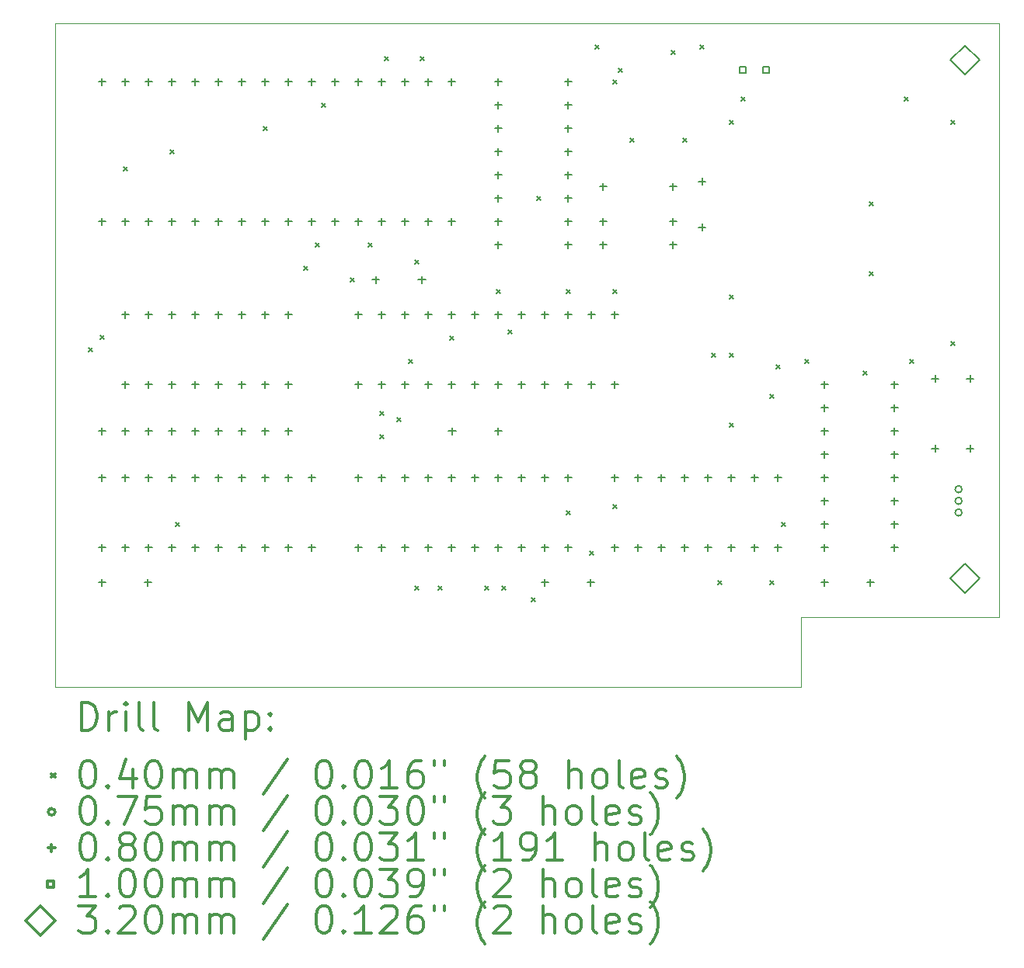
<source format=gbr>
%FSLAX45Y45*%
G04 Gerber Fmt 4.5, Leading zero omitted, Abs format (unit mm)*
G04 Created by KiCad (PCBNEW (5.1.9-0-10_14)) date 2022-05-15 13:48:27*
%MOMM*%
%LPD*%
G01*
G04 APERTURE LIST*
%TA.AperFunction,Profile*%
%ADD10C,0.050000*%
%TD*%
%ADD11C,0.200000*%
%ADD12C,0.300000*%
G04 APERTURE END LIST*
D10*
X8382000Y-8128000D02*
X18669000Y-8128000D01*
X16510000Y-15367000D02*
X8382000Y-15367000D01*
X16510000Y-14605000D02*
X16510000Y-15367000D01*
X18669000Y-14605000D02*
X16510000Y-14605000D01*
X18669000Y-8128000D02*
X18669000Y-14605000D01*
X8382000Y-15367000D02*
X8382000Y-8128000D01*
D11*
X8743001Y-11664000D02*
X8783001Y-11704000D01*
X8783001Y-11664000D02*
X8743001Y-11704000D01*
X8870000Y-11527999D02*
X8910000Y-11567999D01*
X8910000Y-11527999D02*
X8870000Y-11567999D01*
X9124000Y-9695500D02*
X9164000Y-9735500D01*
X9164000Y-9695500D02*
X9124000Y-9735500D01*
X9632000Y-9505000D02*
X9672000Y-9545000D01*
X9672000Y-9505000D02*
X9632000Y-9545000D01*
X9695500Y-13569000D02*
X9735500Y-13609000D01*
X9735500Y-13569000D02*
X9695500Y-13609000D01*
X10648000Y-9251000D02*
X10688000Y-9291000D01*
X10688000Y-9251000D02*
X10648000Y-9291000D01*
X11092500Y-10775000D02*
X11132500Y-10815000D01*
X11132500Y-10775000D02*
X11092500Y-10815000D01*
X11219501Y-10520999D02*
X11259501Y-10560999D01*
X11259501Y-10520999D02*
X11219501Y-10560999D01*
X11283000Y-8997000D02*
X11323000Y-9037000D01*
X11323000Y-8997000D02*
X11283000Y-9037000D01*
X11600500Y-10902000D02*
X11640500Y-10942000D01*
X11640500Y-10902000D02*
X11600500Y-10942000D01*
X11791000Y-10521000D02*
X11831000Y-10561000D01*
X11831000Y-10521000D02*
X11791000Y-10561000D01*
X11918000Y-12362500D02*
X11958000Y-12402500D01*
X11958000Y-12362500D02*
X11918000Y-12402500D01*
X11918001Y-12616500D02*
X11958001Y-12656500D01*
X11958001Y-12616500D02*
X11918001Y-12656500D01*
X11972000Y-8489000D02*
X12012000Y-8529000D01*
X12012000Y-8489000D02*
X11972000Y-8529000D01*
X12108500Y-12426000D02*
X12148500Y-12466000D01*
X12148500Y-12426000D02*
X12108500Y-12466000D01*
X12235500Y-11791000D02*
X12275500Y-11831000D01*
X12275500Y-11791000D02*
X12235500Y-11831000D01*
X12299000Y-10711500D02*
X12339000Y-10751500D01*
X12339000Y-10711500D02*
X12299000Y-10751500D01*
X12299000Y-14267500D02*
X12339000Y-14307500D01*
X12339000Y-14267500D02*
X12299000Y-14307500D01*
X12362500Y-8489000D02*
X12402500Y-8529000D01*
X12402500Y-8489000D02*
X12362500Y-8529000D01*
X12553000Y-14267500D02*
X12593000Y-14307500D01*
X12593000Y-14267500D02*
X12553000Y-14307500D01*
X12679999Y-11537000D02*
X12719999Y-11577000D01*
X12719999Y-11537000D02*
X12679999Y-11577000D01*
X13061000Y-14267500D02*
X13101000Y-14307500D01*
X13101000Y-14267500D02*
X13061000Y-14307500D01*
X13188001Y-11029000D02*
X13228001Y-11069000D01*
X13228001Y-11029000D02*
X13188001Y-11069000D01*
X13251500Y-14267500D02*
X13291500Y-14307500D01*
X13291500Y-14267500D02*
X13251500Y-14307500D01*
X13315000Y-11473500D02*
X13355000Y-11513500D01*
X13355000Y-11473500D02*
X13315000Y-11513500D01*
X13569000Y-14394500D02*
X13609000Y-14434500D01*
X13609000Y-14394500D02*
X13569000Y-14434500D01*
X13632500Y-10013000D02*
X13672500Y-10053000D01*
X13672500Y-10013000D02*
X13632500Y-10053000D01*
X13950000Y-11029000D02*
X13990000Y-11069000D01*
X13990000Y-11029000D02*
X13950000Y-11069000D01*
X13950000Y-13442000D02*
X13990000Y-13482000D01*
X13990000Y-13442000D02*
X13950000Y-13482000D01*
X14204000Y-13886500D02*
X14244000Y-13926500D01*
X14244000Y-13886500D02*
X14204000Y-13926500D01*
X14267500Y-8362000D02*
X14307500Y-8402000D01*
X14307500Y-8362000D02*
X14267500Y-8402000D01*
X14458000Y-8743000D02*
X14498000Y-8783000D01*
X14498000Y-8743000D02*
X14458000Y-8783000D01*
X14458000Y-11029000D02*
X14498000Y-11069000D01*
X14498000Y-11029000D02*
X14458000Y-11069000D01*
X14458000Y-13378500D02*
X14498000Y-13418500D01*
X14498000Y-13378500D02*
X14458000Y-13418500D01*
X14521501Y-8616000D02*
X14561501Y-8656000D01*
X14561501Y-8616000D02*
X14521501Y-8656000D01*
X14648500Y-9378000D02*
X14688500Y-9418000D01*
X14688500Y-9378000D02*
X14648500Y-9418000D01*
X15093000Y-8425500D02*
X15133000Y-8465500D01*
X15133000Y-8425500D02*
X15093000Y-8465500D01*
X15220000Y-9378000D02*
X15260000Y-9418000D01*
X15260000Y-9378000D02*
X15220000Y-9418000D01*
X15410500Y-8362000D02*
X15450500Y-8402000D01*
X15450500Y-8362000D02*
X15410500Y-8402000D01*
X15537500Y-11727500D02*
X15577500Y-11767500D01*
X15577500Y-11727500D02*
X15537500Y-11767500D01*
X15601000Y-14204000D02*
X15641000Y-14244000D01*
X15641000Y-14204000D02*
X15601000Y-14244000D01*
X15728000Y-9187500D02*
X15768000Y-9227500D01*
X15768000Y-9187500D02*
X15728000Y-9227500D01*
X15728000Y-11092500D02*
X15768000Y-11132500D01*
X15768000Y-11092500D02*
X15728000Y-11132500D01*
X15728000Y-11727500D02*
X15768000Y-11767500D01*
X15768000Y-11727500D02*
X15728000Y-11767500D01*
X15728000Y-12489500D02*
X15768000Y-12529500D01*
X15768000Y-12489500D02*
X15728000Y-12529500D01*
X15855000Y-8933500D02*
X15895000Y-8973500D01*
X15895000Y-8933500D02*
X15855000Y-8973500D01*
X16172500Y-12172000D02*
X16212500Y-12212000D01*
X16212500Y-12172000D02*
X16172500Y-12212000D01*
X16172501Y-14204000D02*
X16212501Y-14244000D01*
X16212501Y-14204000D02*
X16172501Y-14244000D01*
X16236000Y-11854500D02*
X16276000Y-11894500D01*
X16276000Y-11854500D02*
X16236000Y-11894500D01*
X16299500Y-13569000D02*
X16339500Y-13609000D01*
X16339500Y-13569000D02*
X16299500Y-13609000D01*
X16553500Y-11791000D02*
X16593500Y-11831000D01*
X16593500Y-11791000D02*
X16553500Y-11831000D01*
X17188500Y-11918000D02*
X17228500Y-11958000D01*
X17228500Y-11918000D02*
X17188500Y-11958000D01*
X17252000Y-10076500D02*
X17292000Y-10116500D01*
X17292000Y-10076500D02*
X17252000Y-10116500D01*
X17252000Y-10838500D02*
X17292000Y-10878500D01*
X17292000Y-10838500D02*
X17252000Y-10878500D01*
X17633000Y-8933500D02*
X17673000Y-8973500D01*
X17673000Y-8933500D02*
X17633000Y-8973500D01*
X17696500Y-11791000D02*
X17736500Y-11831000D01*
X17736500Y-11791000D02*
X17696500Y-11831000D01*
X18141000Y-9187500D02*
X18181000Y-9227500D01*
X18181000Y-9187500D02*
X18141000Y-9227500D01*
X18141000Y-11600500D02*
X18181000Y-11640500D01*
X18181000Y-11600500D02*
X18141000Y-11640500D01*
X18262000Y-13208000D02*
G75*
G03*
X18262000Y-13208000I-37500J0D01*
G01*
X18262000Y-13335000D02*
G75*
G03*
X18262000Y-13335000I-37500J0D01*
G01*
X18262000Y-13462000D02*
G75*
G03*
X18262000Y-13462000I-37500J0D01*
G01*
X8890000Y-8723000D02*
X8890000Y-8803000D01*
X8850000Y-8763000D02*
X8930000Y-8763000D01*
X8890000Y-10247000D02*
X8890000Y-10327000D01*
X8850000Y-10287000D02*
X8930000Y-10287000D01*
X8890000Y-12533000D02*
X8890000Y-12613000D01*
X8850000Y-12573000D02*
X8930000Y-12573000D01*
X8890000Y-13041000D02*
X8890000Y-13121000D01*
X8850000Y-13081000D02*
X8930000Y-13081000D01*
X8890000Y-13803000D02*
X8890000Y-13883000D01*
X8850000Y-13843000D02*
X8930000Y-13843000D01*
X8890000Y-14184000D02*
X8890000Y-14264000D01*
X8850000Y-14224000D02*
X8930000Y-14224000D01*
X9144000Y-8723000D02*
X9144000Y-8803000D01*
X9104000Y-8763000D02*
X9184000Y-8763000D01*
X9144000Y-10247000D02*
X9144000Y-10327000D01*
X9104000Y-10287000D02*
X9184000Y-10287000D01*
X9144000Y-11263000D02*
X9144000Y-11343000D01*
X9104000Y-11303000D02*
X9184000Y-11303000D01*
X9144000Y-12025000D02*
X9144000Y-12105000D01*
X9104000Y-12065000D02*
X9184000Y-12065000D01*
X9144000Y-12533000D02*
X9144000Y-12613000D01*
X9104000Y-12573000D02*
X9184000Y-12573000D01*
X9144000Y-13041000D02*
X9144000Y-13121000D01*
X9104000Y-13081000D02*
X9184000Y-13081000D01*
X9144000Y-13803000D02*
X9144000Y-13883000D01*
X9104000Y-13843000D02*
X9184000Y-13843000D01*
X9390000Y-14184000D02*
X9390000Y-14264000D01*
X9350000Y-14224000D02*
X9430000Y-14224000D01*
X9398000Y-8723000D02*
X9398000Y-8803000D01*
X9358000Y-8763000D02*
X9438000Y-8763000D01*
X9398000Y-10247000D02*
X9398000Y-10327000D01*
X9358000Y-10287000D02*
X9438000Y-10287000D01*
X9398000Y-11263000D02*
X9398000Y-11343000D01*
X9358000Y-11303000D02*
X9438000Y-11303000D01*
X9398000Y-12025000D02*
X9398000Y-12105000D01*
X9358000Y-12065000D02*
X9438000Y-12065000D01*
X9398000Y-12533000D02*
X9398000Y-12613000D01*
X9358000Y-12573000D02*
X9438000Y-12573000D01*
X9398000Y-13041000D02*
X9398000Y-13121000D01*
X9358000Y-13081000D02*
X9438000Y-13081000D01*
X9398000Y-13803000D02*
X9398000Y-13883000D01*
X9358000Y-13843000D02*
X9438000Y-13843000D01*
X9652000Y-8723000D02*
X9652000Y-8803000D01*
X9612000Y-8763000D02*
X9692000Y-8763000D01*
X9652000Y-10247000D02*
X9652000Y-10327000D01*
X9612000Y-10287000D02*
X9692000Y-10287000D01*
X9652000Y-11263000D02*
X9652000Y-11343000D01*
X9612000Y-11303000D02*
X9692000Y-11303000D01*
X9652000Y-12025000D02*
X9652000Y-12105000D01*
X9612000Y-12065000D02*
X9692000Y-12065000D01*
X9652000Y-12533000D02*
X9652000Y-12613000D01*
X9612000Y-12573000D02*
X9692000Y-12573000D01*
X9652000Y-13041000D02*
X9652000Y-13121000D01*
X9612000Y-13081000D02*
X9692000Y-13081000D01*
X9652000Y-13803000D02*
X9652000Y-13883000D01*
X9612000Y-13843000D02*
X9692000Y-13843000D01*
X9906000Y-8723000D02*
X9906000Y-8803000D01*
X9866000Y-8763000D02*
X9946000Y-8763000D01*
X9906000Y-10247000D02*
X9906000Y-10327000D01*
X9866000Y-10287000D02*
X9946000Y-10287000D01*
X9906000Y-11263000D02*
X9906000Y-11343000D01*
X9866000Y-11303000D02*
X9946000Y-11303000D01*
X9906000Y-12025000D02*
X9906000Y-12105000D01*
X9866000Y-12065000D02*
X9946000Y-12065000D01*
X9906000Y-12533000D02*
X9906000Y-12613000D01*
X9866000Y-12573000D02*
X9946000Y-12573000D01*
X9906000Y-13041000D02*
X9906000Y-13121000D01*
X9866000Y-13081000D02*
X9946000Y-13081000D01*
X9906000Y-13803000D02*
X9906000Y-13883000D01*
X9866000Y-13843000D02*
X9946000Y-13843000D01*
X10160000Y-8723000D02*
X10160000Y-8803000D01*
X10120000Y-8763000D02*
X10200000Y-8763000D01*
X10160000Y-10247000D02*
X10160000Y-10327000D01*
X10120000Y-10287000D02*
X10200000Y-10287000D01*
X10160000Y-11263000D02*
X10160000Y-11343000D01*
X10120000Y-11303000D02*
X10200000Y-11303000D01*
X10160000Y-12025000D02*
X10160000Y-12105000D01*
X10120000Y-12065000D02*
X10200000Y-12065000D01*
X10160000Y-12533000D02*
X10160000Y-12613000D01*
X10120000Y-12573000D02*
X10200000Y-12573000D01*
X10160000Y-13041000D02*
X10160000Y-13121000D01*
X10120000Y-13081000D02*
X10200000Y-13081000D01*
X10160000Y-13803000D02*
X10160000Y-13883000D01*
X10120000Y-13843000D02*
X10200000Y-13843000D01*
X10414000Y-8723000D02*
X10414000Y-8803000D01*
X10374000Y-8763000D02*
X10454000Y-8763000D01*
X10414000Y-10247000D02*
X10414000Y-10327000D01*
X10374000Y-10287000D02*
X10454000Y-10287000D01*
X10414000Y-11263000D02*
X10414000Y-11343000D01*
X10374000Y-11303000D02*
X10454000Y-11303000D01*
X10414000Y-12025000D02*
X10414000Y-12105000D01*
X10374000Y-12065000D02*
X10454000Y-12065000D01*
X10414000Y-12533000D02*
X10414000Y-12613000D01*
X10374000Y-12573000D02*
X10454000Y-12573000D01*
X10414000Y-13041000D02*
X10414000Y-13121000D01*
X10374000Y-13081000D02*
X10454000Y-13081000D01*
X10414000Y-13803000D02*
X10414000Y-13883000D01*
X10374000Y-13843000D02*
X10454000Y-13843000D01*
X10668000Y-8723000D02*
X10668000Y-8803000D01*
X10628000Y-8763000D02*
X10708000Y-8763000D01*
X10668000Y-10247000D02*
X10668000Y-10327000D01*
X10628000Y-10287000D02*
X10708000Y-10287000D01*
X10668000Y-11263000D02*
X10668000Y-11343000D01*
X10628000Y-11303000D02*
X10708000Y-11303000D01*
X10668000Y-12025000D02*
X10668000Y-12105000D01*
X10628000Y-12065000D02*
X10708000Y-12065000D01*
X10668000Y-12533000D02*
X10668000Y-12613000D01*
X10628000Y-12573000D02*
X10708000Y-12573000D01*
X10668000Y-13041000D02*
X10668000Y-13121000D01*
X10628000Y-13081000D02*
X10708000Y-13081000D01*
X10668000Y-13803000D02*
X10668000Y-13883000D01*
X10628000Y-13843000D02*
X10708000Y-13843000D01*
X10922000Y-8723000D02*
X10922000Y-8803000D01*
X10882000Y-8763000D02*
X10962000Y-8763000D01*
X10922000Y-10247000D02*
X10922000Y-10327000D01*
X10882000Y-10287000D02*
X10962000Y-10287000D01*
X10922000Y-11263000D02*
X10922000Y-11343000D01*
X10882000Y-11303000D02*
X10962000Y-11303000D01*
X10922000Y-12025000D02*
X10922000Y-12105000D01*
X10882000Y-12065000D02*
X10962000Y-12065000D01*
X10922000Y-12533000D02*
X10922000Y-12613000D01*
X10882000Y-12573000D02*
X10962000Y-12573000D01*
X10922000Y-13041000D02*
X10922000Y-13121000D01*
X10882000Y-13081000D02*
X10962000Y-13081000D01*
X10922000Y-13803000D02*
X10922000Y-13883000D01*
X10882000Y-13843000D02*
X10962000Y-13843000D01*
X11176000Y-8723000D02*
X11176000Y-8803000D01*
X11136000Y-8763000D02*
X11216000Y-8763000D01*
X11176000Y-10247000D02*
X11176000Y-10327000D01*
X11136000Y-10287000D02*
X11216000Y-10287000D01*
X11176000Y-13041000D02*
X11176000Y-13121000D01*
X11136000Y-13081000D02*
X11216000Y-13081000D01*
X11176000Y-13803000D02*
X11176000Y-13883000D01*
X11136000Y-13843000D02*
X11216000Y-13843000D01*
X11430000Y-8723000D02*
X11430000Y-8803000D01*
X11390000Y-8763000D02*
X11470000Y-8763000D01*
X11430000Y-10247000D02*
X11430000Y-10327000D01*
X11390000Y-10287000D02*
X11470000Y-10287000D01*
X11684000Y-8723000D02*
X11684000Y-8803000D01*
X11644000Y-8763000D02*
X11724000Y-8763000D01*
X11684000Y-10247000D02*
X11684000Y-10327000D01*
X11644000Y-10287000D02*
X11724000Y-10287000D01*
X11684000Y-11263000D02*
X11684000Y-11343000D01*
X11644000Y-11303000D02*
X11724000Y-11303000D01*
X11684000Y-12025000D02*
X11684000Y-12105000D01*
X11644000Y-12065000D02*
X11724000Y-12065000D01*
X11684000Y-13041000D02*
X11684000Y-13121000D01*
X11644000Y-13081000D02*
X11724000Y-13081000D01*
X11684000Y-13803000D02*
X11684000Y-13883000D01*
X11644000Y-13843000D02*
X11724000Y-13843000D01*
X11874500Y-10882000D02*
X11874500Y-10962000D01*
X11834500Y-10922000D02*
X11914500Y-10922000D01*
X11938000Y-8723000D02*
X11938000Y-8803000D01*
X11898000Y-8763000D02*
X11978000Y-8763000D01*
X11938000Y-10247000D02*
X11938000Y-10327000D01*
X11898000Y-10287000D02*
X11978000Y-10287000D01*
X11938000Y-11263000D02*
X11938000Y-11343000D01*
X11898000Y-11303000D02*
X11978000Y-11303000D01*
X11938000Y-12025000D02*
X11938000Y-12105000D01*
X11898000Y-12065000D02*
X11978000Y-12065000D01*
X11938000Y-13041000D02*
X11938000Y-13121000D01*
X11898000Y-13081000D02*
X11978000Y-13081000D01*
X11938000Y-13803000D02*
X11938000Y-13883000D01*
X11898000Y-13843000D02*
X11978000Y-13843000D01*
X12192000Y-8723000D02*
X12192000Y-8803000D01*
X12152000Y-8763000D02*
X12232000Y-8763000D01*
X12192000Y-10247000D02*
X12192000Y-10327000D01*
X12152000Y-10287000D02*
X12232000Y-10287000D01*
X12192000Y-11263000D02*
X12192000Y-11343000D01*
X12152000Y-11303000D02*
X12232000Y-11303000D01*
X12192000Y-12025000D02*
X12192000Y-12105000D01*
X12152000Y-12065000D02*
X12232000Y-12065000D01*
X12192000Y-13041000D02*
X12192000Y-13121000D01*
X12152000Y-13081000D02*
X12232000Y-13081000D01*
X12192000Y-13803000D02*
X12192000Y-13883000D01*
X12152000Y-13843000D02*
X12232000Y-13843000D01*
X12374500Y-10882000D02*
X12374500Y-10962000D01*
X12334500Y-10922000D02*
X12414500Y-10922000D01*
X12446000Y-8723000D02*
X12446000Y-8803000D01*
X12406000Y-8763000D02*
X12486000Y-8763000D01*
X12446000Y-10247000D02*
X12446000Y-10327000D01*
X12406000Y-10287000D02*
X12486000Y-10287000D01*
X12446000Y-11263000D02*
X12446000Y-11343000D01*
X12406000Y-11303000D02*
X12486000Y-11303000D01*
X12446000Y-12025000D02*
X12446000Y-12105000D01*
X12406000Y-12065000D02*
X12486000Y-12065000D01*
X12446000Y-13041000D02*
X12446000Y-13121000D01*
X12406000Y-13081000D02*
X12486000Y-13081000D01*
X12446000Y-13803000D02*
X12446000Y-13883000D01*
X12406000Y-13843000D02*
X12486000Y-13843000D01*
X12700000Y-8723000D02*
X12700000Y-8803000D01*
X12660000Y-8763000D02*
X12740000Y-8763000D01*
X12700000Y-10247000D02*
X12700000Y-10327000D01*
X12660000Y-10287000D02*
X12740000Y-10287000D01*
X12700000Y-11263000D02*
X12700000Y-11343000D01*
X12660000Y-11303000D02*
X12740000Y-11303000D01*
X12700000Y-12025000D02*
X12700000Y-12105000D01*
X12660000Y-12065000D02*
X12740000Y-12065000D01*
X12700000Y-13041000D02*
X12700000Y-13121000D01*
X12660000Y-13081000D02*
X12740000Y-13081000D01*
X12700000Y-13803000D02*
X12700000Y-13883000D01*
X12660000Y-13843000D02*
X12740000Y-13843000D01*
X12708000Y-12533000D02*
X12708000Y-12613000D01*
X12668000Y-12573000D02*
X12748000Y-12573000D01*
X12954000Y-11263000D02*
X12954000Y-11343000D01*
X12914000Y-11303000D02*
X12994000Y-11303000D01*
X12954000Y-12025000D02*
X12954000Y-12105000D01*
X12914000Y-12065000D02*
X12994000Y-12065000D01*
X12954000Y-13041000D02*
X12954000Y-13121000D01*
X12914000Y-13081000D02*
X12994000Y-13081000D01*
X12954000Y-13803000D02*
X12954000Y-13883000D01*
X12914000Y-13843000D02*
X12994000Y-13843000D01*
X13208000Y-8723000D02*
X13208000Y-8803000D01*
X13168000Y-8763000D02*
X13248000Y-8763000D01*
X13208000Y-8977000D02*
X13208000Y-9057000D01*
X13168000Y-9017000D02*
X13248000Y-9017000D01*
X13208000Y-9231000D02*
X13208000Y-9311000D01*
X13168000Y-9271000D02*
X13248000Y-9271000D01*
X13208000Y-9485000D02*
X13208000Y-9565000D01*
X13168000Y-9525000D02*
X13248000Y-9525000D01*
X13208000Y-9739000D02*
X13208000Y-9819000D01*
X13168000Y-9779000D02*
X13248000Y-9779000D01*
X13208000Y-9993000D02*
X13208000Y-10073000D01*
X13168000Y-10033000D02*
X13248000Y-10033000D01*
X13208000Y-10247000D02*
X13208000Y-10327000D01*
X13168000Y-10287000D02*
X13248000Y-10287000D01*
X13208000Y-10501000D02*
X13208000Y-10581000D01*
X13168000Y-10541000D02*
X13248000Y-10541000D01*
X13208000Y-11263000D02*
X13208000Y-11343000D01*
X13168000Y-11303000D02*
X13248000Y-11303000D01*
X13208000Y-12025000D02*
X13208000Y-12105000D01*
X13168000Y-12065000D02*
X13248000Y-12065000D01*
X13208000Y-12533000D02*
X13208000Y-12613000D01*
X13168000Y-12573000D02*
X13248000Y-12573000D01*
X13208000Y-13041000D02*
X13208000Y-13121000D01*
X13168000Y-13081000D02*
X13248000Y-13081000D01*
X13208000Y-13803000D02*
X13208000Y-13883000D01*
X13168000Y-13843000D02*
X13248000Y-13843000D01*
X13462000Y-11263000D02*
X13462000Y-11343000D01*
X13422000Y-11303000D02*
X13502000Y-11303000D01*
X13462000Y-12025000D02*
X13462000Y-12105000D01*
X13422000Y-12065000D02*
X13502000Y-12065000D01*
X13462000Y-13041000D02*
X13462000Y-13121000D01*
X13422000Y-13081000D02*
X13502000Y-13081000D01*
X13462000Y-13803000D02*
X13462000Y-13883000D01*
X13422000Y-13843000D02*
X13502000Y-13843000D01*
X13716000Y-11263000D02*
X13716000Y-11343000D01*
X13676000Y-11303000D02*
X13756000Y-11303000D01*
X13716000Y-12025000D02*
X13716000Y-12105000D01*
X13676000Y-12065000D02*
X13756000Y-12065000D01*
X13716000Y-13041000D02*
X13716000Y-13121000D01*
X13676000Y-13081000D02*
X13756000Y-13081000D01*
X13716000Y-13803000D02*
X13716000Y-13883000D01*
X13676000Y-13843000D02*
X13756000Y-13843000D01*
X13716000Y-14184000D02*
X13716000Y-14264000D01*
X13676000Y-14224000D02*
X13756000Y-14224000D01*
X13970000Y-8723000D02*
X13970000Y-8803000D01*
X13930000Y-8763000D02*
X14010000Y-8763000D01*
X13970000Y-8977000D02*
X13970000Y-9057000D01*
X13930000Y-9017000D02*
X14010000Y-9017000D01*
X13970000Y-9231000D02*
X13970000Y-9311000D01*
X13930000Y-9271000D02*
X14010000Y-9271000D01*
X13970000Y-9485000D02*
X13970000Y-9565000D01*
X13930000Y-9525000D02*
X14010000Y-9525000D01*
X13970000Y-9739000D02*
X13970000Y-9819000D01*
X13930000Y-9779000D02*
X14010000Y-9779000D01*
X13970000Y-9993000D02*
X13970000Y-10073000D01*
X13930000Y-10033000D02*
X14010000Y-10033000D01*
X13970000Y-10247000D02*
X13970000Y-10327000D01*
X13930000Y-10287000D02*
X14010000Y-10287000D01*
X13970000Y-10501000D02*
X13970000Y-10581000D01*
X13930000Y-10541000D02*
X14010000Y-10541000D01*
X13970000Y-11263000D02*
X13970000Y-11343000D01*
X13930000Y-11303000D02*
X14010000Y-11303000D01*
X13970000Y-12025000D02*
X13970000Y-12105000D01*
X13930000Y-12065000D02*
X14010000Y-12065000D01*
X13970000Y-13041000D02*
X13970000Y-13121000D01*
X13930000Y-13081000D02*
X14010000Y-13081000D01*
X13970000Y-13803000D02*
X13970000Y-13883000D01*
X13930000Y-13843000D02*
X14010000Y-13843000D01*
X14216000Y-14184000D02*
X14216000Y-14264000D01*
X14176000Y-14224000D02*
X14256000Y-14224000D01*
X14224000Y-11263000D02*
X14224000Y-11343000D01*
X14184000Y-11303000D02*
X14264000Y-11303000D01*
X14224000Y-12025000D02*
X14224000Y-12105000D01*
X14184000Y-12065000D02*
X14264000Y-12065000D01*
X14351000Y-9866000D02*
X14351000Y-9946000D01*
X14311000Y-9906000D02*
X14391000Y-9906000D01*
X14351000Y-10247000D02*
X14351000Y-10327000D01*
X14311000Y-10287000D02*
X14391000Y-10287000D01*
X14351000Y-10501000D02*
X14351000Y-10581000D01*
X14311000Y-10541000D02*
X14391000Y-10541000D01*
X14478000Y-11263000D02*
X14478000Y-11343000D01*
X14438000Y-11303000D02*
X14518000Y-11303000D01*
X14478000Y-12025000D02*
X14478000Y-12105000D01*
X14438000Y-12065000D02*
X14518000Y-12065000D01*
X14478000Y-13041000D02*
X14478000Y-13121000D01*
X14438000Y-13081000D02*
X14518000Y-13081000D01*
X14478000Y-13803000D02*
X14478000Y-13883000D01*
X14438000Y-13843000D02*
X14518000Y-13843000D01*
X14732000Y-13041000D02*
X14732000Y-13121000D01*
X14692000Y-13081000D02*
X14772000Y-13081000D01*
X14732000Y-13803000D02*
X14732000Y-13883000D01*
X14692000Y-13843000D02*
X14772000Y-13843000D01*
X14986000Y-13041000D02*
X14986000Y-13121000D01*
X14946000Y-13081000D02*
X15026000Y-13081000D01*
X14986000Y-13803000D02*
X14986000Y-13883000D01*
X14946000Y-13843000D02*
X15026000Y-13843000D01*
X15113000Y-9866000D02*
X15113000Y-9946000D01*
X15073000Y-9906000D02*
X15153000Y-9906000D01*
X15113000Y-10247000D02*
X15113000Y-10327000D01*
X15073000Y-10287000D02*
X15153000Y-10287000D01*
X15113000Y-10501000D02*
X15113000Y-10581000D01*
X15073000Y-10541000D02*
X15153000Y-10541000D01*
X15240000Y-13041000D02*
X15240000Y-13121000D01*
X15200000Y-13081000D02*
X15280000Y-13081000D01*
X15240000Y-13803000D02*
X15240000Y-13883000D01*
X15200000Y-13843000D02*
X15280000Y-13843000D01*
X15430500Y-9810500D02*
X15430500Y-9890500D01*
X15390500Y-9850500D02*
X15470500Y-9850500D01*
X15430500Y-10310500D02*
X15430500Y-10390500D01*
X15390500Y-10350500D02*
X15470500Y-10350500D01*
X15494000Y-13041000D02*
X15494000Y-13121000D01*
X15454000Y-13081000D02*
X15534000Y-13081000D01*
X15494000Y-13803000D02*
X15494000Y-13883000D01*
X15454000Y-13843000D02*
X15534000Y-13843000D01*
X15748000Y-13041000D02*
X15748000Y-13121000D01*
X15708000Y-13081000D02*
X15788000Y-13081000D01*
X15748000Y-13803000D02*
X15748000Y-13883000D01*
X15708000Y-13843000D02*
X15788000Y-13843000D01*
X16002000Y-13041000D02*
X16002000Y-13121000D01*
X15962000Y-13081000D02*
X16042000Y-13081000D01*
X16002000Y-13803000D02*
X16002000Y-13883000D01*
X15962000Y-13843000D02*
X16042000Y-13843000D01*
X16256000Y-13041000D02*
X16256000Y-13121000D01*
X16216000Y-13081000D02*
X16296000Y-13081000D01*
X16256000Y-13803000D02*
X16256000Y-13883000D01*
X16216000Y-13843000D02*
X16296000Y-13843000D01*
X16764000Y-12025000D02*
X16764000Y-12105000D01*
X16724000Y-12065000D02*
X16804000Y-12065000D01*
X16764000Y-12279000D02*
X16764000Y-12359000D01*
X16724000Y-12319000D02*
X16804000Y-12319000D01*
X16764000Y-12533000D02*
X16764000Y-12613000D01*
X16724000Y-12573000D02*
X16804000Y-12573000D01*
X16764000Y-12787000D02*
X16764000Y-12867000D01*
X16724000Y-12827000D02*
X16804000Y-12827000D01*
X16764000Y-13041000D02*
X16764000Y-13121000D01*
X16724000Y-13081000D02*
X16804000Y-13081000D01*
X16764000Y-13295000D02*
X16764000Y-13375000D01*
X16724000Y-13335000D02*
X16804000Y-13335000D01*
X16764000Y-13549000D02*
X16764000Y-13629000D01*
X16724000Y-13589000D02*
X16804000Y-13589000D01*
X16764000Y-13803000D02*
X16764000Y-13883000D01*
X16724000Y-13843000D02*
X16804000Y-13843000D01*
X16764000Y-14184000D02*
X16764000Y-14264000D01*
X16724000Y-14224000D02*
X16804000Y-14224000D01*
X17264000Y-14184000D02*
X17264000Y-14264000D01*
X17224000Y-14224000D02*
X17304000Y-14224000D01*
X17526000Y-12025000D02*
X17526000Y-12105000D01*
X17486000Y-12065000D02*
X17566000Y-12065000D01*
X17526000Y-12279000D02*
X17526000Y-12359000D01*
X17486000Y-12319000D02*
X17566000Y-12319000D01*
X17526000Y-12533000D02*
X17526000Y-12613000D01*
X17486000Y-12573000D02*
X17566000Y-12573000D01*
X17526000Y-12787000D02*
X17526000Y-12867000D01*
X17486000Y-12827000D02*
X17566000Y-12827000D01*
X17526000Y-13041000D02*
X17526000Y-13121000D01*
X17486000Y-13081000D02*
X17566000Y-13081000D01*
X17526000Y-13295000D02*
X17526000Y-13375000D01*
X17486000Y-13335000D02*
X17566000Y-13335000D01*
X17526000Y-13549000D02*
X17526000Y-13629000D01*
X17486000Y-13589000D02*
X17566000Y-13589000D01*
X17526000Y-13803000D02*
X17526000Y-13883000D01*
X17486000Y-13843000D02*
X17566000Y-13843000D01*
X17970500Y-11961500D02*
X17970500Y-12041500D01*
X17930500Y-12001500D02*
X18010500Y-12001500D01*
X17970500Y-12723500D02*
X17970500Y-12803500D01*
X17930500Y-12763500D02*
X18010500Y-12763500D01*
X18351500Y-11961500D02*
X18351500Y-12041500D01*
X18311500Y-12001500D02*
X18391500Y-12001500D01*
X18351500Y-12723500D02*
X18351500Y-12803500D01*
X18311500Y-12763500D02*
X18391500Y-12763500D01*
X15910356Y-8671356D02*
X15910356Y-8600644D01*
X15839644Y-8600644D01*
X15839644Y-8671356D01*
X15910356Y-8671356D01*
X16164356Y-8671356D02*
X16164356Y-8600644D01*
X16093644Y-8600644D01*
X16093644Y-8671356D01*
X16164356Y-8671356D01*
X18295620Y-8687300D02*
X18455620Y-8527300D01*
X18295620Y-8367300D01*
X18135620Y-8527300D01*
X18295620Y-8687300D01*
X18295620Y-14338800D02*
X18455620Y-14178800D01*
X18295620Y-14018800D01*
X18135620Y-14178800D01*
X18295620Y-14338800D01*
D12*
X8665928Y-15835214D02*
X8665928Y-15535214D01*
X8737357Y-15535214D01*
X8780214Y-15549500D01*
X8808786Y-15578071D01*
X8823071Y-15606643D01*
X8837357Y-15663786D01*
X8837357Y-15706643D01*
X8823071Y-15763786D01*
X8808786Y-15792357D01*
X8780214Y-15820929D01*
X8737357Y-15835214D01*
X8665928Y-15835214D01*
X8965928Y-15835214D02*
X8965928Y-15635214D01*
X8965928Y-15692357D02*
X8980214Y-15663786D01*
X8994500Y-15649500D01*
X9023071Y-15635214D01*
X9051643Y-15635214D01*
X9151643Y-15835214D02*
X9151643Y-15635214D01*
X9151643Y-15535214D02*
X9137357Y-15549500D01*
X9151643Y-15563786D01*
X9165928Y-15549500D01*
X9151643Y-15535214D01*
X9151643Y-15563786D01*
X9337357Y-15835214D02*
X9308786Y-15820929D01*
X9294500Y-15792357D01*
X9294500Y-15535214D01*
X9494500Y-15835214D02*
X9465928Y-15820929D01*
X9451643Y-15792357D01*
X9451643Y-15535214D01*
X9837357Y-15835214D02*
X9837357Y-15535214D01*
X9937357Y-15749500D01*
X10037357Y-15535214D01*
X10037357Y-15835214D01*
X10308786Y-15835214D02*
X10308786Y-15678071D01*
X10294500Y-15649500D01*
X10265928Y-15635214D01*
X10208786Y-15635214D01*
X10180214Y-15649500D01*
X10308786Y-15820929D02*
X10280214Y-15835214D01*
X10208786Y-15835214D01*
X10180214Y-15820929D01*
X10165928Y-15792357D01*
X10165928Y-15763786D01*
X10180214Y-15735214D01*
X10208786Y-15720929D01*
X10280214Y-15720929D01*
X10308786Y-15706643D01*
X10451643Y-15635214D02*
X10451643Y-15935214D01*
X10451643Y-15649500D02*
X10480214Y-15635214D01*
X10537357Y-15635214D01*
X10565928Y-15649500D01*
X10580214Y-15663786D01*
X10594500Y-15692357D01*
X10594500Y-15778071D01*
X10580214Y-15806643D01*
X10565928Y-15820929D01*
X10537357Y-15835214D01*
X10480214Y-15835214D01*
X10451643Y-15820929D01*
X10723071Y-15806643D02*
X10737357Y-15820929D01*
X10723071Y-15835214D01*
X10708786Y-15820929D01*
X10723071Y-15806643D01*
X10723071Y-15835214D01*
X10723071Y-15649500D02*
X10737357Y-15663786D01*
X10723071Y-15678071D01*
X10708786Y-15663786D01*
X10723071Y-15649500D01*
X10723071Y-15678071D01*
X8339500Y-16309500D02*
X8379500Y-16349500D01*
X8379500Y-16309500D02*
X8339500Y-16349500D01*
X8723071Y-16165214D02*
X8751643Y-16165214D01*
X8780214Y-16179500D01*
X8794500Y-16193786D01*
X8808786Y-16222357D01*
X8823071Y-16279500D01*
X8823071Y-16350929D01*
X8808786Y-16408071D01*
X8794500Y-16436643D01*
X8780214Y-16450929D01*
X8751643Y-16465214D01*
X8723071Y-16465214D01*
X8694500Y-16450929D01*
X8680214Y-16436643D01*
X8665928Y-16408071D01*
X8651643Y-16350929D01*
X8651643Y-16279500D01*
X8665928Y-16222357D01*
X8680214Y-16193786D01*
X8694500Y-16179500D01*
X8723071Y-16165214D01*
X8951643Y-16436643D02*
X8965928Y-16450929D01*
X8951643Y-16465214D01*
X8937357Y-16450929D01*
X8951643Y-16436643D01*
X8951643Y-16465214D01*
X9223071Y-16265214D02*
X9223071Y-16465214D01*
X9151643Y-16150929D02*
X9080214Y-16365214D01*
X9265928Y-16365214D01*
X9437357Y-16165214D02*
X9465928Y-16165214D01*
X9494500Y-16179500D01*
X9508786Y-16193786D01*
X9523071Y-16222357D01*
X9537357Y-16279500D01*
X9537357Y-16350929D01*
X9523071Y-16408071D01*
X9508786Y-16436643D01*
X9494500Y-16450929D01*
X9465928Y-16465214D01*
X9437357Y-16465214D01*
X9408786Y-16450929D01*
X9394500Y-16436643D01*
X9380214Y-16408071D01*
X9365928Y-16350929D01*
X9365928Y-16279500D01*
X9380214Y-16222357D01*
X9394500Y-16193786D01*
X9408786Y-16179500D01*
X9437357Y-16165214D01*
X9665928Y-16465214D02*
X9665928Y-16265214D01*
X9665928Y-16293786D02*
X9680214Y-16279500D01*
X9708786Y-16265214D01*
X9751643Y-16265214D01*
X9780214Y-16279500D01*
X9794500Y-16308071D01*
X9794500Y-16465214D01*
X9794500Y-16308071D02*
X9808786Y-16279500D01*
X9837357Y-16265214D01*
X9880214Y-16265214D01*
X9908786Y-16279500D01*
X9923071Y-16308071D01*
X9923071Y-16465214D01*
X10065928Y-16465214D02*
X10065928Y-16265214D01*
X10065928Y-16293786D02*
X10080214Y-16279500D01*
X10108786Y-16265214D01*
X10151643Y-16265214D01*
X10180214Y-16279500D01*
X10194500Y-16308071D01*
X10194500Y-16465214D01*
X10194500Y-16308071D02*
X10208786Y-16279500D01*
X10237357Y-16265214D01*
X10280214Y-16265214D01*
X10308786Y-16279500D01*
X10323071Y-16308071D01*
X10323071Y-16465214D01*
X10908786Y-16150929D02*
X10651643Y-16536643D01*
X11294500Y-16165214D02*
X11323071Y-16165214D01*
X11351643Y-16179500D01*
X11365928Y-16193786D01*
X11380214Y-16222357D01*
X11394500Y-16279500D01*
X11394500Y-16350929D01*
X11380214Y-16408071D01*
X11365928Y-16436643D01*
X11351643Y-16450929D01*
X11323071Y-16465214D01*
X11294500Y-16465214D01*
X11265928Y-16450929D01*
X11251643Y-16436643D01*
X11237357Y-16408071D01*
X11223071Y-16350929D01*
X11223071Y-16279500D01*
X11237357Y-16222357D01*
X11251643Y-16193786D01*
X11265928Y-16179500D01*
X11294500Y-16165214D01*
X11523071Y-16436643D02*
X11537357Y-16450929D01*
X11523071Y-16465214D01*
X11508786Y-16450929D01*
X11523071Y-16436643D01*
X11523071Y-16465214D01*
X11723071Y-16165214D02*
X11751643Y-16165214D01*
X11780214Y-16179500D01*
X11794500Y-16193786D01*
X11808786Y-16222357D01*
X11823071Y-16279500D01*
X11823071Y-16350929D01*
X11808786Y-16408071D01*
X11794500Y-16436643D01*
X11780214Y-16450929D01*
X11751643Y-16465214D01*
X11723071Y-16465214D01*
X11694500Y-16450929D01*
X11680214Y-16436643D01*
X11665928Y-16408071D01*
X11651643Y-16350929D01*
X11651643Y-16279500D01*
X11665928Y-16222357D01*
X11680214Y-16193786D01*
X11694500Y-16179500D01*
X11723071Y-16165214D01*
X12108786Y-16465214D02*
X11937357Y-16465214D01*
X12023071Y-16465214D02*
X12023071Y-16165214D01*
X11994500Y-16208071D01*
X11965928Y-16236643D01*
X11937357Y-16250929D01*
X12365928Y-16165214D02*
X12308786Y-16165214D01*
X12280214Y-16179500D01*
X12265928Y-16193786D01*
X12237357Y-16236643D01*
X12223071Y-16293786D01*
X12223071Y-16408071D01*
X12237357Y-16436643D01*
X12251643Y-16450929D01*
X12280214Y-16465214D01*
X12337357Y-16465214D01*
X12365928Y-16450929D01*
X12380214Y-16436643D01*
X12394500Y-16408071D01*
X12394500Y-16336643D01*
X12380214Y-16308071D01*
X12365928Y-16293786D01*
X12337357Y-16279500D01*
X12280214Y-16279500D01*
X12251643Y-16293786D01*
X12237357Y-16308071D01*
X12223071Y-16336643D01*
X12508786Y-16165214D02*
X12508786Y-16222357D01*
X12623071Y-16165214D02*
X12623071Y-16222357D01*
X13065928Y-16579500D02*
X13051643Y-16565214D01*
X13023071Y-16522357D01*
X13008786Y-16493786D01*
X12994500Y-16450929D01*
X12980214Y-16379500D01*
X12980214Y-16322357D01*
X12994500Y-16250929D01*
X13008786Y-16208071D01*
X13023071Y-16179500D01*
X13051643Y-16136643D01*
X13065928Y-16122357D01*
X13323071Y-16165214D02*
X13180214Y-16165214D01*
X13165928Y-16308071D01*
X13180214Y-16293786D01*
X13208786Y-16279500D01*
X13280214Y-16279500D01*
X13308786Y-16293786D01*
X13323071Y-16308071D01*
X13337357Y-16336643D01*
X13337357Y-16408071D01*
X13323071Y-16436643D01*
X13308786Y-16450929D01*
X13280214Y-16465214D01*
X13208786Y-16465214D01*
X13180214Y-16450929D01*
X13165928Y-16436643D01*
X13508786Y-16293786D02*
X13480214Y-16279500D01*
X13465928Y-16265214D01*
X13451643Y-16236643D01*
X13451643Y-16222357D01*
X13465928Y-16193786D01*
X13480214Y-16179500D01*
X13508786Y-16165214D01*
X13565928Y-16165214D01*
X13594500Y-16179500D01*
X13608786Y-16193786D01*
X13623071Y-16222357D01*
X13623071Y-16236643D01*
X13608786Y-16265214D01*
X13594500Y-16279500D01*
X13565928Y-16293786D01*
X13508786Y-16293786D01*
X13480214Y-16308071D01*
X13465928Y-16322357D01*
X13451643Y-16350929D01*
X13451643Y-16408071D01*
X13465928Y-16436643D01*
X13480214Y-16450929D01*
X13508786Y-16465214D01*
X13565928Y-16465214D01*
X13594500Y-16450929D01*
X13608786Y-16436643D01*
X13623071Y-16408071D01*
X13623071Y-16350929D01*
X13608786Y-16322357D01*
X13594500Y-16308071D01*
X13565928Y-16293786D01*
X13980214Y-16465214D02*
X13980214Y-16165214D01*
X14108786Y-16465214D02*
X14108786Y-16308071D01*
X14094500Y-16279500D01*
X14065928Y-16265214D01*
X14023071Y-16265214D01*
X13994500Y-16279500D01*
X13980214Y-16293786D01*
X14294500Y-16465214D02*
X14265928Y-16450929D01*
X14251643Y-16436643D01*
X14237357Y-16408071D01*
X14237357Y-16322357D01*
X14251643Y-16293786D01*
X14265928Y-16279500D01*
X14294500Y-16265214D01*
X14337357Y-16265214D01*
X14365928Y-16279500D01*
X14380214Y-16293786D01*
X14394500Y-16322357D01*
X14394500Y-16408071D01*
X14380214Y-16436643D01*
X14365928Y-16450929D01*
X14337357Y-16465214D01*
X14294500Y-16465214D01*
X14565928Y-16465214D02*
X14537357Y-16450929D01*
X14523071Y-16422357D01*
X14523071Y-16165214D01*
X14794500Y-16450929D02*
X14765928Y-16465214D01*
X14708786Y-16465214D01*
X14680214Y-16450929D01*
X14665928Y-16422357D01*
X14665928Y-16308071D01*
X14680214Y-16279500D01*
X14708786Y-16265214D01*
X14765928Y-16265214D01*
X14794500Y-16279500D01*
X14808786Y-16308071D01*
X14808786Y-16336643D01*
X14665928Y-16365214D01*
X14923071Y-16450929D02*
X14951643Y-16465214D01*
X15008786Y-16465214D01*
X15037357Y-16450929D01*
X15051643Y-16422357D01*
X15051643Y-16408071D01*
X15037357Y-16379500D01*
X15008786Y-16365214D01*
X14965928Y-16365214D01*
X14937357Y-16350929D01*
X14923071Y-16322357D01*
X14923071Y-16308071D01*
X14937357Y-16279500D01*
X14965928Y-16265214D01*
X15008786Y-16265214D01*
X15037357Y-16279500D01*
X15151643Y-16579500D02*
X15165928Y-16565214D01*
X15194500Y-16522357D01*
X15208786Y-16493786D01*
X15223071Y-16450929D01*
X15237357Y-16379500D01*
X15237357Y-16322357D01*
X15223071Y-16250929D01*
X15208786Y-16208071D01*
X15194500Y-16179500D01*
X15165928Y-16136643D01*
X15151643Y-16122357D01*
X8379500Y-16725500D02*
G75*
G03*
X8379500Y-16725500I-37500J0D01*
G01*
X8723071Y-16561214D02*
X8751643Y-16561214D01*
X8780214Y-16575500D01*
X8794500Y-16589786D01*
X8808786Y-16618357D01*
X8823071Y-16675500D01*
X8823071Y-16746929D01*
X8808786Y-16804072D01*
X8794500Y-16832643D01*
X8780214Y-16846929D01*
X8751643Y-16861214D01*
X8723071Y-16861214D01*
X8694500Y-16846929D01*
X8680214Y-16832643D01*
X8665928Y-16804072D01*
X8651643Y-16746929D01*
X8651643Y-16675500D01*
X8665928Y-16618357D01*
X8680214Y-16589786D01*
X8694500Y-16575500D01*
X8723071Y-16561214D01*
X8951643Y-16832643D02*
X8965928Y-16846929D01*
X8951643Y-16861214D01*
X8937357Y-16846929D01*
X8951643Y-16832643D01*
X8951643Y-16861214D01*
X9065928Y-16561214D02*
X9265928Y-16561214D01*
X9137357Y-16861214D01*
X9523071Y-16561214D02*
X9380214Y-16561214D01*
X9365928Y-16704071D01*
X9380214Y-16689786D01*
X9408786Y-16675500D01*
X9480214Y-16675500D01*
X9508786Y-16689786D01*
X9523071Y-16704071D01*
X9537357Y-16732643D01*
X9537357Y-16804072D01*
X9523071Y-16832643D01*
X9508786Y-16846929D01*
X9480214Y-16861214D01*
X9408786Y-16861214D01*
X9380214Y-16846929D01*
X9365928Y-16832643D01*
X9665928Y-16861214D02*
X9665928Y-16661214D01*
X9665928Y-16689786D02*
X9680214Y-16675500D01*
X9708786Y-16661214D01*
X9751643Y-16661214D01*
X9780214Y-16675500D01*
X9794500Y-16704071D01*
X9794500Y-16861214D01*
X9794500Y-16704071D02*
X9808786Y-16675500D01*
X9837357Y-16661214D01*
X9880214Y-16661214D01*
X9908786Y-16675500D01*
X9923071Y-16704071D01*
X9923071Y-16861214D01*
X10065928Y-16861214D02*
X10065928Y-16661214D01*
X10065928Y-16689786D02*
X10080214Y-16675500D01*
X10108786Y-16661214D01*
X10151643Y-16661214D01*
X10180214Y-16675500D01*
X10194500Y-16704071D01*
X10194500Y-16861214D01*
X10194500Y-16704071D02*
X10208786Y-16675500D01*
X10237357Y-16661214D01*
X10280214Y-16661214D01*
X10308786Y-16675500D01*
X10323071Y-16704071D01*
X10323071Y-16861214D01*
X10908786Y-16546929D02*
X10651643Y-16932643D01*
X11294500Y-16561214D02*
X11323071Y-16561214D01*
X11351643Y-16575500D01*
X11365928Y-16589786D01*
X11380214Y-16618357D01*
X11394500Y-16675500D01*
X11394500Y-16746929D01*
X11380214Y-16804072D01*
X11365928Y-16832643D01*
X11351643Y-16846929D01*
X11323071Y-16861214D01*
X11294500Y-16861214D01*
X11265928Y-16846929D01*
X11251643Y-16832643D01*
X11237357Y-16804072D01*
X11223071Y-16746929D01*
X11223071Y-16675500D01*
X11237357Y-16618357D01*
X11251643Y-16589786D01*
X11265928Y-16575500D01*
X11294500Y-16561214D01*
X11523071Y-16832643D02*
X11537357Y-16846929D01*
X11523071Y-16861214D01*
X11508786Y-16846929D01*
X11523071Y-16832643D01*
X11523071Y-16861214D01*
X11723071Y-16561214D02*
X11751643Y-16561214D01*
X11780214Y-16575500D01*
X11794500Y-16589786D01*
X11808786Y-16618357D01*
X11823071Y-16675500D01*
X11823071Y-16746929D01*
X11808786Y-16804072D01*
X11794500Y-16832643D01*
X11780214Y-16846929D01*
X11751643Y-16861214D01*
X11723071Y-16861214D01*
X11694500Y-16846929D01*
X11680214Y-16832643D01*
X11665928Y-16804072D01*
X11651643Y-16746929D01*
X11651643Y-16675500D01*
X11665928Y-16618357D01*
X11680214Y-16589786D01*
X11694500Y-16575500D01*
X11723071Y-16561214D01*
X11923071Y-16561214D02*
X12108786Y-16561214D01*
X12008786Y-16675500D01*
X12051643Y-16675500D01*
X12080214Y-16689786D01*
X12094500Y-16704071D01*
X12108786Y-16732643D01*
X12108786Y-16804072D01*
X12094500Y-16832643D01*
X12080214Y-16846929D01*
X12051643Y-16861214D01*
X11965928Y-16861214D01*
X11937357Y-16846929D01*
X11923071Y-16832643D01*
X12294500Y-16561214D02*
X12323071Y-16561214D01*
X12351643Y-16575500D01*
X12365928Y-16589786D01*
X12380214Y-16618357D01*
X12394500Y-16675500D01*
X12394500Y-16746929D01*
X12380214Y-16804072D01*
X12365928Y-16832643D01*
X12351643Y-16846929D01*
X12323071Y-16861214D01*
X12294500Y-16861214D01*
X12265928Y-16846929D01*
X12251643Y-16832643D01*
X12237357Y-16804072D01*
X12223071Y-16746929D01*
X12223071Y-16675500D01*
X12237357Y-16618357D01*
X12251643Y-16589786D01*
X12265928Y-16575500D01*
X12294500Y-16561214D01*
X12508786Y-16561214D02*
X12508786Y-16618357D01*
X12623071Y-16561214D02*
X12623071Y-16618357D01*
X13065928Y-16975500D02*
X13051643Y-16961214D01*
X13023071Y-16918357D01*
X13008786Y-16889786D01*
X12994500Y-16846929D01*
X12980214Y-16775500D01*
X12980214Y-16718357D01*
X12994500Y-16646929D01*
X13008786Y-16604071D01*
X13023071Y-16575500D01*
X13051643Y-16532643D01*
X13065928Y-16518357D01*
X13151643Y-16561214D02*
X13337357Y-16561214D01*
X13237357Y-16675500D01*
X13280214Y-16675500D01*
X13308786Y-16689786D01*
X13323071Y-16704071D01*
X13337357Y-16732643D01*
X13337357Y-16804072D01*
X13323071Y-16832643D01*
X13308786Y-16846929D01*
X13280214Y-16861214D01*
X13194500Y-16861214D01*
X13165928Y-16846929D01*
X13151643Y-16832643D01*
X13694500Y-16861214D02*
X13694500Y-16561214D01*
X13823071Y-16861214D02*
X13823071Y-16704071D01*
X13808786Y-16675500D01*
X13780214Y-16661214D01*
X13737357Y-16661214D01*
X13708786Y-16675500D01*
X13694500Y-16689786D01*
X14008786Y-16861214D02*
X13980214Y-16846929D01*
X13965928Y-16832643D01*
X13951643Y-16804072D01*
X13951643Y-16718357D01*
X13965928Y-16689786D01*
X13980214Y-16675500D01*
X14008786Y-16661214D01*
X14051643Y-16661214D01*
X14080214Y-16675500D01*
X14094500Y-16689786D01*
X14108786Y-16718357D01*
X14108786Y-16804072D01*
X14094500Y-16832643D01*
X14080214Y-16846929D01*
X14051643Y-16861214D01*
X14008786Y-16861214D01*
X14280214Y-16861214D02*
X14251643Y-16846929D01*
X14237357Y-16818357D01*
X14237357Y-16561214D01*
X14508786Y-16846929D02*
X14480214Y-16861214D01*
X14423071Y-16861214D01*
X14394500Y-16846929D01*
X14380214Y-16818357D01*
X14380214Y-16704071D01*
X14394500Y-16675500D01*
X14423071Y-16661214D01*
X14480214Y-16661214D01*
X14508786Y-16675500D01*
X14523071Y-16704071D01*
X14523071Y-16732643D01*
X14380214Y-16761214D01*
X14637357Y-16846929D02*
X14665928Y-16861214D01*
X14723071Y-16861214D01*
X14751643Y-16846929D01*
X14765928Y-16818357D01*
X14765928Y-16804072D01*
X14751643Y-16775500D01*
X14723071Y-16761214D01*
X14680214Y-16761214D01*
X14651643Y-16746929D01*
X14637357Y-16718357D01*
X14637357Y-16704071D01*
X14651643Y-16675500D01*
X14680214Y-16661214D01*
X14723071Y-16661214D01*
X14751643Y-16675500D01*
X14865928Y-16975500D02*
X14880214Y-16961214D01*
X14908786Y-16918357D01*
X14923071Y-16889786D01*
X14937357Y-16846929D01*
X14951643Y-16775500D01*
X14951643Y-16718357D01*
X14937357Y-16646929D01*
X14923071Y-16604071D01*
X14908786Y-16575500D01*
X14880214Y-16532643D01*
X14865928Y-16518357D01*
X8339500Y-17081500D02*
X8339500Y-17161500D01*
X8299500Y-17121500D02*
X8379500Y-17121500D01*
X8723071Y-16957214D02*
X8751643Y-16957214D01*
X8780214Y-16971500D01*
X8794500Y-16985786D01*
X8808786Y-17014357D01*
X8823071Y-17071500D01*
X8823071Y-17142929D01*
X8808786Y-17200072D01*
X8794500Y-17228643D01*
X8780214Y-17242929D01*
X8751643Y-17257214D01*
X8723071Y-17257214D01*
X8694500Y-17242929D01*
X8680214Y-17228643D01*
X8665928Y-17200072D01*
X8651643Y-17142929D01*
X8651643Y-17071500D01*
X8665928Y-17014357D01*
X8680214Y-16985786D01*
X8694500Y-16971500D01*
X8723071Y-16957214D01*
X8951643Y-17228643D02*
X8965928Y-17242929D01*
X8951643Y-17257214D01*
X8937357Y-17242929D01*
X8951643Y-17228643D01*
X8951643Y-17257214D01*
X9137357Y-17085786D02*
X9108786Y-17071500D01*
X9094500Y-17057214D01*
X9080214Y-17028643D01*
X9080214Y-17014357D01*
X9094500Y-16985786D01*
X9108786Y-16971500D01*
X9137357Y-16957214D01*
X9194500Y-16957214D01*
X9223071Y-16971500D01*
X9237357Y-16985786D01*
X9251643Y-17014357D01*
X9251643Y-17028643D01*
X9237357Y-17057214D01*
X9223071Y-17071500D01*
X9194500Y-17085786D01*
X9137357Y-17085786D01*
X9108786Y-17100072D01*
X9094500Y-17114357D01*
X9080214Y-17142929D01*
X9080214Y-17200072D01*
X9094500Y-17228643D01*
X9108786Y-17242929D01*
X9137357Y-17257214D01*
X9194500Y-17257214D01*
X9223071Y-17242929D01*
X9237357Y-17228643D01*
X9251643Y-17200072D01*
X9251643Y-17142929D01*
X9237357Y-17114357D01*
X9223071Y-17100072D01*
X9194500Y-17085786D01*
X9437357Y-16957214D02*
X9465928Y-16957214D01*
X9494500Y-16971500D01*
X9508786Y-16985786D01*
X9523071Y-17014357D01*
X9537357Y-17071500D01*
X9537357Y-17142929D01*
X9523071Y-17200072D01*
X9508786Y-17228643D01*
X9494500Y-17242929D01*
X9465928Y-17257214D01*
X9437357Y-17257214D01*
X9408786Y-17242929D01*
X9394500Y-17228643D01*
X9380214Y-17200072D01*
X9365928Y-17142929D01*
X9365928Y-17071500D01*
X9380214Y-17014357D01*
X9394500Y-16985786D01*
X9408786Y-16971500D01*
X9437357Y-16957214D01*
X9665928Y-17257214D02*
X9665928Y-17057214D01*
X9665928Y-17085786D02*
X9680214Y-17071500D01*
X9708786Y-17057214D01*
X9751643Y-17057214D01*
X9780214Y-17071500D01*
X9794500Y-17100072D01*
X9794500Y-17257214D01*
X9794500Y-17100072D02*
X9808786Y-17071500D01*
X9837357Y-17057214D01*
X9880214Y-17057214D01*
X9908786Y-17071500D01*
X9923071Y-17100072D01*
X9923071Y-17257214D01*
X10065928Y-17257214D02*
X10065928Y-17057214D01*
X10065928Y-17085786D02*
X10080214Y-17071500D01*
X10108786Y-17057214D01*
X10151643Y-17057214D01*
X10180214Y-17071500D01*
X10194500Y-17100072D01*
X10194500Y-17257214D01*
X10194500Y-17100072D02*
X10208786Y-17071500D01*
X10237357Y-17057214D01*
X10280214Y-17057214D01*
X10308786Y-17071500D01*
X10323071Y-17100072D01*
X10323071Y-17257214D01*
X10908786Y-16942929D02*
X10651643Y-17328643D01*
X11294500Y-16957214D02*
X11323071Y-16957214D01*
X11351643Y-16971500D01*
X11365928Y-16985786D01*
X11380214Y-17014357D01*
X11394500Y-17071500D01*
X11394500Y-17142929D01*
X11380214Y-17200072D01*
X11365928Y-17228643D01*
X11351643Y-17242929D01*
X11323071Y-17257214D01*
X11294500Y-17257214D01*
X11265928Y-17242929D01*
X11251643Y-17228643D01*
X11237357Y-17200072D01*
X11223071Y-17142929D01*
X11223071Y-17071500D01*
X11237357Y-17014357D01*
X11251643Y-16985786D01*
X11265928Y-16971500D01*
X11294500Y-16957214D01*
X11523071Y-17228643D02*
X11537357Y-17242929D01*
X11523071Y-17257214D01*
X11508786Y-17242929D01*
X11523071Y-17228643D01*
X11523071Y-17257214D01*
X11723071Y-16957214D02*
X11751643Y-16957214D01*
X11780214Y-16971500D01*
X11794500Y-16985786D01*
X11808786Y-17014357D01*
X11823071Y-17071500D01*
X11823071Y-17142929D01*
X11808786Y-17200072D01*
X11794500Y-17228643D01*
X11780214Y-17242929D01*
X11751643Y-17257214D01*
X11723071Y-17257214D01*
X11694500Y-17242929D01*
X11680214Y-17228643D01*
X11665928Y-17200072D01*
X11651643Y-17142929D01*
X11651643Y-17071500D01*
X11665928Y-17014357D01*
X11680214Y-16985786D01*
X11694500Y-16971500D01*
X11723071Y-16957214D01*
X11923071Y-16957214D02*
X12108786Y-16957214D01*
X12008786Y-17071500D01*
X12051643Y-17071500D01*
X12080214Y-17085786D01*
X12094500Y-17100072D01*
X12108786Y-17128643D01*
X12108786Y-17200072D01*
X12094500Y-17228643D01*
X12080214Y-17242929D01*
X12051643Y-17257214D01*
X11965928Y-17257214D01*
X11937357Y-17242929D01*
X11923071Y-17228643D01*
X12394500Y-17257214D02*
X12223071Y-17257214D01*
X12308786Y-17257214D02*
X12308786Y-16957214D01*
X12280214Y-17000072D01*
X12251643Y-17028643D01*
X12223071Y-17042929D01*
X12508786Y-16957214D02*
X12508786Y-17014357D01*
X12623071Y-16957214D02*
X12623071Y-17014357D01*
X13065928Y-17371500D02*
X13051643Y-17357214D01*
X13023071Y-17314357D01*
X13008786Y-17285786D01*
X12994500Y-17242929D01*
X12980214Y-17171500D01*
X12980214Y-17114357D01*
X12994500Y-17042929D01*
X13008786Y-17000072D01*
X13023071Y-16971500D01*
X13051643Y-16928643D01*
X13065928Y-16914357D01*
X13337357Y-17257214D02*
X13165928Y-17257214D01*
X13251643Y-17257214D02*
X13251643Y-16957214D01*
X13223071Y-17000072D01*
X13194500Y-17028643D01*
X13165928Y-17042929D01*
X13480214Y-17257214D02*
X13537357Y-17257214D01*
X13565928Y-17242929D01*
X13580214Y-17228643D01*
X13608786Y-17185786D01*
X13623071Y-17128643D01*
X13623071Y-17014357D01*
X13608786Y-16985786D01*
X13594500Y-16971500D01*
X13565928Y-16957214D01*
X13508786Y-16957214D01*
X13480214Y-16971500D01*
X13465928Y-16985786D01*
X13451643Y-17014357D01*
X13451643Y-17085786D01*
X13465928Y-17114357D01*
X13480214Y-17128643D01*
X13508786Y-17142929D01*
X13565928Y-17142929D01*
X13594500Y-17128643D01*
X13608786Y-17114357D01*
X13623071Y-17085786D01*
X13908786Y-17257214D02*
X13737357Y-17257214D01*
X13823071Y-17257214D02*
X13823071Y-16957214D01*
X13794500Y-17000072D01*
X13765928Y-17028643D01*
X13737357Y-17042929D01*
X14265928Y-17257214D02*
X14265928Y-16957214D01*
X14394500Y-17257214D02*
X14394500Y-17100072D01*
X14380214Y-17071500D01*
X14351643Y-17057214D01*
X14308786Y-17057214D01*
X14280214Y-17071500D01*
X14265928Y-17085786D01*
X14580214Y-17257214D02*
X14551643Y-17242929D01*
X14537357Y-17228643D01*
X14523071Y-17200072D01*
X14523071Y-17114357D01*
X14537357Y-17085786D01*
X14551643Y-17071500D01*
X14580214Y-17057214D01*
X14623071Y-17057214D01*
X14651643Y-17071500D01*
X14665928Y-17085786D01*
X14680214Y-17114357D01*
X14680214Y-17200072D01*
X14665928Y-17228643D01*
X14651643Y-17242929D01*
X14623071Y-17257214D01*
X14580214Y-17257214D01*
X14851643Y-17257214D02*
X14823071Y-17242929D01*
X14808786Y-17214357D01*
X14808786Y-16957214D01*
X15080214Y-17242929D02*
X15051643Y-17257214D01*
X14994500Y-17257214D01*
X14965928Y-17242929D01*
X14951643Y-17214357D01*
X14951643Y-17100072D01*
X14965928Y-17071500D01*
X14994500Y-17057214D01*
X15051643Y-17057214D01*
X15080214Y-17071500D01*
X15094500Y-17100072D01*
X15094500Y-17128643D01*
X14951643Y-17157214D01*
X15208786Y-17242929D02*
X15237357Y-17257214D01*
X15294500Y-17257214D01*
X15323071Y-17242929D01*
X15337357Y-17214357D01*
X15337357Y-17200072D01*
X15323071Y-17171500D01*
X15294500Y-17157214D01*
X15251643Y-17157214D01*
X15223071Y-17142929D01*
X15208786Y-17114357D01*
X15208786Y-17100072D01*
X15223071Y-17071500D01*
X15251643Y-17057214D01*
X15294500Y-17057214D01*
X15323071Y-17071500D01*
X15437357Y-17371500D02*
X15451643Y-17357214D01*
X15480214Y-17314357D01*
X15494500Y-17285786D01*
X15508786Y-17242929D01*
X15523071Y-17171500D01*
X15523071Y-17114357D01*
X15508786Y-17042929D01*
X15494500Y-17000072D01*
X15480214Y-16971500D01*
X15451643Y-16928643D01*
X15437357Y-16914357D01*
X8364856Y-17552856D02*
X8364856Y-17482144D01*
X8294144Y-17482144D01*
X8294144Y-17552856D01*
X8364856Y-17552856D01*
X8823071Y-17653214D02*
X8651643Y-17653214D01*
X8737357Y-17653214D02*
X8737357Y-17353214D01*
X8708786Y-17396072D01*
X8680214Y-17424643D01*
X8651643Y-17438929D01*
X8951643Y-17624643D02*
X8965928Y-17638929D01*
X8951643Y-17653214D01*
X8937357Y-17638929D01*
X8951643Y-17624643D01*
X8951643Y-17653214D01*
X9151643Y-17353214D02*
X9180214Y-17353214D01*
X9208786Y-17367500D01*
X9223071Y-17381786D01*
X9237357Y-17410357D01*
X9251643Y-17467500D01*
X9251643Y-17538929D01*
X9237357Y-17596072D01*
X9223071Y-17624643D01*
X9208786Y-17638929D01*
X9180214Y-17653214D01*
X9151643Y-17653214D01*
X9123071Y-17638929D01*
X9108786Y-17624643D01*
X9094500Y-17596072D01*
X9080214Y-17538929D01*
X9080214Y-17467500D01*
X9094500Y-17410357D01*
X9108786Y-17381786D01*
X9123071Y-17367500D01*
X9151643Y-17353214D01*
X9437357Y-17353214D02*
X9465928Y-17353214D01*
X9494500Y-17367500D01*
X9508786Y-17381786D01*
X9523071Y-17410357D01*
X9537357Y-17467500D01*
X9537357Y-17538929D01*
X9523071Y-17596072D01*
X9508786Y-17624643D01*
X9494500Y-17638929D01*
X9465928Y-17653214D01*
X9437357Y-17653214D01*
X9408786Y-17638929D01*
X9394500Y-17624643D01*
X9380214Y-17596072D01*
X9365928Y-17538929D01*
X9365928Y-17467500D01*
X9380214Y-17410357D01*
X9394500Y-17381786D01*
X9408786Y-17367500D01*
X9437357Y-17353214D01*
X9665928Y-17653214D02*
X9665928Y-17453214D01*
X9665928Y-17481786D02*
X9680214Y-17467500D01*
X9708786Y-17453214D01*
X9751643Y-17453214D01*
X9780214Y-17467500D01*
X9794500Y-17496072D01*
X9794500Y-17653214D01*
X9794500Y-17496072D02*
X9808786Y-17467500D01*
X9837357Y-17453214D01*
X9880214Y-17453214D01*
X9908786Y-17467500D01*
X9923071Y-17496072D01*
X9923071Y-17653214D01*
X10065928Y-17653214D02*
X10065928Y-17453214D01*
X10065928Y-17481786D02*
X10080214Y-17467500D01*
X10108786Y-17453214D01*
X10151643Y-17453214D01*
X10180214Y-17467500D01*
X10194500Y-17496072D01*
X10194500Y-17653214D01*
X10194500Y-17496072D02*
X10208786Y-17467500D01*
X10237357Y-17453214D01*
X10280214Y-17453214D01*
X10308786Y-17467500D01*
X10323071Y-17496072D01*
X10323071Y-17653214D01*
X10908786Y-17338929D02*
X10651643Y-17724643D01*
X11294500Y-17353214D02*
X11323071Y-17353214D01*
X11351643Y-17367500D01*
X11365928Y-17381786D01*
X11380214Y-17410357D01*
X11394500Y-17467500D01*
X11394500Y-17538929D01*
X11380214Y-17596072D01*
X11365928Y-17624643D01*
X11351643Y-17638929D01*
X11323071Y-17653214D01*
X11294500Y-17653214D01*
X11265928Y-17638929D01*
X11251643Y-17624643D01*
X11237357Y-17596072D01*
X11223071Y-17538929D01*
X11223071Y-17467500D01*
X11237357Y-17410357D01*
X11251643Y-17381786D01*
X11265928Y-17367500D01*
X11294500Y-17353214D01*
X11523071Y-17624643D02*
X11537357Y-17638929D01*
X11523071Y-17653214D01*
X11508786Y-17638929D01*
X11523071Y-17624643D01*
X11523071Y-17653214D01*
X11723071Y-17353214D02*
X11751643Y-17353214D01*
X11780214Y-17367500D01*
X11794500Y-17381786D01*
X11808786Y-17410357D01*
X11823071Y-17467500D01*
X11823071Y-17538929D01*
X11808786Y-17596072D01*
X11794500Y-17624643D01*
X11780214Y-17638929D01*
X11751643Y-17653214D01*
X11723071Y-17653214D01*
X11694500Y-17638929D01*
X11680214Y-17624643D01*
X11665928Y-17596072D01*
X11651643Y-17538929D01*
X11651643Y-17467500D01*
X11665928Y-17410357D01*
X11680214Y-17381786D01*
X11694500Y-17367500D01*
X11723071Y-17353214D01*
X11923071Y-17353214D02*
X12108786Y-17353214D01*
X12008786Y-17467500D01*
X12051643Y-17467500D01*
X12080214Y-17481786D01*
X12094500Y-17496072D01*
X12108786Y-17524643D01*
X12108786Y-17596072D01*
X12094500Y-17624643D01*
X12080214Y-17638929D01*
X12051643Y-17653214D01*
X11965928Y-17653214D01*
X11937357Y-17638929D01*
X11923071Y-17624643D01*
X12251643Y-17653214D02*
X12308786Y-17653214D01*
X12337357Y-17638929D01*
X12351643Y-17624643D01*
X12380214Y-17581786D01*
X12394500Y-17524643D01*
X12394500Y-17410357D01*
X12380214Y-17381786D01*
X12365928Y-17367500D01*
X12337357Y-17353214D01*
X12280214Y-17353214D01*
X12251643Y-17367500D01*
X12237357Y-17381786D01*
X12223071Y-17410357D01*
X12223071Y-17481786D01*
X12237357Y-17510357D01*
X12251643Y-17524643D01*
X12280214Y-17538929D01*
X12337357Y-17538929D01*
X12365928Y-17524643D01*
X12380214Y-17510357D01*
X12394500Y-17481786D01*
X12508786Y-17353214D02*
X12508786Y-17410357D01*
X12623071Y-17353214D02*
X12623071Y-17410357D01*
X13065928Y-17767500D02*
X13051643Y-17753214D01*
X13023071Y-17710357D01*
X13008786Y-17681786D01*
X12994500Y-17638929D01*
X12980214Y-17567500D01*
X12980214Y-17510357D01*
X12994500Y-17438929D01*
X13008786Y-17396072D01*
X13023071Y-17367500D01*
X13051643Y-17324643D01*
X13065928Y-17310357D01*
X13165928Y-17381786D02*
X13180214Y-17367500D01*
X13208786Y-17353214D01*
X13280214Y-17353214D01*
X13308786Y-17367500D01*
X13323071Y-17381786D01*
X13337357Y-17410357D01*
X13337357Y-17438929D01*
X13323071Y-17481786D01*
X13151643Y-17653214D01*
X13337357Y-17653214D01*
X13694500Y-17653214D02*
X13694500Y-17353214D01*
X13823071Y-17653214D02*
X13823071Y-17496072D01*
X13808786Y-17467500D01*
X13780214Y-17453214D01*
X13737357Y-17453214D01*
X13708786Y-17467500D01*
X13694500Y-17481786D01*
X14008786Y-17653214D02*
X13980214Y-17638929D01*
X13965928Y-17624643D01*
X13951643Y-17596072D01*
X13951643Y-17510357D01*
X13965928Y-17481786D01*
X13980214Y-17467500D01*
X14008786Y-17453214D01*
X14051643Y-17453214D01*
X14080214Y-17467500D01*
X14094500Y-17481786D01*
X14108786Y-17510357D01*
X14108786Y-17596072D01*
X14094500Y-17624643D01*
X14080214Y-17638929D01*
X14051643Y-17653214D01*
X14008786Y-17653214D01*
X14280214Y-17653214D02*
X14251643Y-17638929D01*
X14237357Y-17610357D01*
X14237357Y-17353214D01*
X14508786Y-17638929D02*
X14480214Y-17653214D01*
X14423071Y-17653214D01*
X14394500Y-17638929D01*
X14380214Y-17610357D01*
X14380214Y-17496072D01*
X14394500Y-17467500D01*
X14423071Y-17453214D01*
X14480214Y-17453214D01*
X14508786Y-17467500D01*
X14523071Y-17496072D01*
X14523071Y-17524643D01*
X14380214Y-17553214D01*
X14637357Y-17638929D02*
X14665928Y-17653214D01*
X14723071Y-17653214D01*
X14751643Y-17638929D01*
X14765928Y-17610357D01*
X14765928Y-17596072D01*
X14751643Y-17567500D01*
X14723071Y-17553214D01*
X14680214Y-17553214D01*
X14651643Y-17538929D01*
X14637357Y-17510357D01*
X14637357Y-17496072D01*
X14651643Y-17467500D01*
X14680214Y-17453214D01*
X14723071Y-17453214D01*
X14751643Y-17467500D01*
X14865928Y-17767500D02*
X14880214Y-17753214D01*
X14908786Y-17710357D01*
X14923071Y-17681786D01*
X14937357Y-17638929D01*
X14951643Y-17567500D01*
X14951643Y-17510357D01*
X14937357Y-17438929D01*
X14923071Y-17396072D01*
X14908786Y-17367500D01*
X14880214Y-17324643D01*
X14865928Y-17310357D01*
X8219500Y-18073500D02*
X8379500Y-17913500D01*
X8219500Y-17753500D01*
X8059500Y-17913500D01*
X8219500Y-18073500D01*
X8637357Y-17749214D02*
X8823071Y-17749214D01*
X8723071Y-17863500D01*
X8765928Y-17863500D01*
X8794500Y-17877786D01*
X8808786Y-17892072D01*
X8823071Y-17920643D01*
X8823071Y-17992072D01*
X8808786Y-18020643D01*
X8794500Y-18034929D01*
X8765928Y-18049214D01*
X8680214Y-18049214D01*
X8651643Y-18034929D01*
X8637357Y-18020643D01*
X8951643Y-18020643D02*
X8965928Y-18034929D01*
X8951643Y-18049214D01*
X8937357Y-18034929D01*
X8951643Y-18020643D01*
X8951643Y-18049214D01*
X9080214Y-17777786D02*
X9094500Y-17763500D01*
X9123071Y-17749214D01*
X9194500Y-17749214D01*
X9223071Y-17763500D01*
X9237357Y-17777786D01*
X9251643Y-17806357D01*
X9251643Y-17834929D01*
X9237357Y-17877786D01*
X9065928Y-18049214D01*
X9251643Y-18049214D01*
X9437357Y-17749214D02*
X9465928Y-17749214D01*
X9494500Y-17763500D01*
X9508786Y-17777786D01*
X9523071Y-17806357D01*
X9537357Y-17863500D01*
X9537357Y-17934929D01*
X9523071Y-17992072D01*
X9508786Y-18020643D01*
X9494500Y-18034929D01*
X9465928Y-18049214D01*
X9437357Y-18049214D01*
X9408786Y-18034929D01*
X9394500Y-18020643D01*
X9380214Y-17992072D01*
X9365928Y-17934929D01*
X9365928Y-17863500D01*
X9380214Y-17806357D01*
X9394500Y-17777786D01*
X9408786Y-17763500D01*
X9437357Y-17749214D01*
X9665928Y-18049214D02*
X9665928Y-17849214D01*
X9665928Y-17877786D02*
X9680214Y-17863500D01*
X9708786Y-17849214D01*
X9751643Y-17849214D01*
X9780214Y-17863500D01*
X9794500Y-17892072D01*
X9794500Y-18049214D01*
X9794500Y-17892072D02*
X9808786Y-17863500D01*
X9837357Y-17849214D01*
X9880214Y-17849214D01*
X9908786Y-17863500D01*
X9923071Y-17892072D01*
X9923071Y-18049214D01*
X10065928Y-18049214D02*
X10065928Y-17849214D01*
X10065928Y-17877786D02*
X10080214Y-17863500D01*
X10108786Y-17849214D01*
X10151643Y-17849214D01*
X10180214Y-17863500D01*
X10194500Y-17892072D01*
X10194500Y-18049214D01*
X10194500Y-17892072D02*
X10208786Y-17863500D01*
X10237357Y-17849214D01*
X10280214Y-17849214D01*
X10308786Y-17863500D01*
X10323071Y-17892072D01*
X10323071Y-18049214D01*
X10908786Y-17734929D02*
X10651643Y-18120643D01*
X11294500Y-17749214D02*
X11323071Y-17749214D01*
X11351643Y-17763500D01*
X11365928Y-17777786D01*
X11380214Y-17806357D01*
X11394500Y-17863500D01*
X11394500Y-17934929D01*
X11380214Y-17992072D01*
X11365928Y-18020643D01*
X11351643Y-18034929D01*
X11323071Y-18049214D01*
X11294500Y-18049214D01*
X11265928Y-18034929D01*
X11251643Y-18020643D01*
X11237357Y-17992072D01*
X11223071Y-17934929D01*
X11223071Y-17863500D01*
X11237357Y-17806357D01*
X11251643Y-17777786D01*
X11265928Y-17763500D01*
X11294500Y-17749214D01*
X11523071Y-18020643D02*
X11537357Y-18034929D01*
X11523071Y-18049214D01*
X11508786Y-18034929D01*
X11523071Y-18020643D01*
X11523071Y-18049214D01*
X11823071Y-18049214D02*
X11651643Y-18049214D01*
X11737357Y-18049214D02*
X11737357Y-17749214D01*
X11708786Y-17792072D01*
X11680214Y-17820643D01*
X11651643Y-17834929D01*
X11937357Y-17777786D02*
X11951643Y-17763500D01*
X11980214Y-17749214D01*
X12051643Y-17749214D01*
X12080214Y-17763500D01*
X12094500Y-17777786D01*
X12108786Y-17806357D01*
X12108786Y-17834929D01*
X12094500Y-17877786D01*
X11923071Y-18049214D01*
X12108786Y-18049214D01*
X12365928Y-17749214D02*
X12308786Y-17749214D01*
X12280214Y-17763500D01*
X12265928Y-17777786D01*
X12237357Y-17820643D01*
X12223071Y-17877786D01*
X12223071Y-17992072D01*
X12237357Y-18020643D01*
X12251643Y-18034929D01*
X12280214Y-18049214D01*
X12337357Y-18049214D01*
X12365928Y-18034929D01*
X12380214Y-18020643D01*
X12394500Y-17992072D01*
X12394500Y-17920643D01*
X12380214Y-17892072D01*
X12365928Y-17877786D01*
X12337357Y-17863500D01*
X12280214Y-17863500D01*
X12251643Y-17877786D01*
X12237357Y-17892072D01*
X12223071Y-17920643D01*
X12508786Y-17749214D02*
X12508786Y-17806357D01*
X12623071Y-17749214D02*
X12623071Y-17806357D01*
X13065928Y-18163500D02*
X13051643Y-18149214D01*
X13023071Y-18106357D01*
X13008786Y-18077786D01*
X12994500Y-18034929D01*
X12980214Y-17963500D01*
X12980214Y-17906357D01*
X12994500Y-17834929D01*
X13008786Y-17792072D01*
X13023071Y-17763500D01*
X13051643Y-17720643D01*
X13065928Y-17706357D01*
X13165928Y-17777786D02*
X13180214Y-17763500D01*
X13208786Y-17749214D01*
X13280214Y-17749214D01*
X13308786Y-17763500D01*
X13323071Y-17777786D01*
X13337357Y-17806357D01*
X13337357Y-17834929D01*
X13323071Y-17877786D01*
X13151643Y-18049214D01*
X13337357Y-18049214D01*
X13694500Y-18049214D02*
X13694500Y-17749214D01*
X13823071Y-18049214D02*
X13823071Y-17892072D01*
X13808786Y-17863500D01*
X13780214Y-17849214D01*
X13737357Y-17849214D01*
X13708786Y-17863500D01*
X13694500Y-17877786D01*
X14008786Y-18049214D02*
X13980214Y-18034929D01*
X13965928Y-18020643D01*
X13951643Y-17992072D01*
X13951643Y-17906357D01*
X13965928Y-17877786D01*
X13980214Y-17863500D01*
X14008786Y-17849214D01*
X14051643Y-17849214D01*
X14080214Y-17863500D01*
X14094500Y-17877786D01*
X14108786Y-17906357D01*
X14108786Y-17992072D01*
X14094500Y-18020643D01*
X14080214Y-18034929D01*
X14051643Y-18049214D01*
X14008786Y-18049214D01*
X14280214Y-18049214D02*
X14251643Y-18034929D01*
X14237357Y-18006357D01*
X14237357Y-17749214D01*
X14508786Y-18034929D02*
X14480214Y-18049214D01*
X14423071Y-18049214D01*
X14394500Y-18034929D01*
X14380214Y-18006357D01*
X14380214Y-17892072D01*
X14394500Y-17863500D01*
X14423071Y-17849214D01*
X14480214Y-17849214D01*
X14508786Y-17863500D01*
X14523071Y-17892072D01*
X14523071Y-17920643D01*
X14380214Y-17949214D01*
X14637357Y-18034929D02*
X14665928Y-18049214D01*
X14723071Y-18049214D01*
X14751643Y-18034929D01*
X14765928Y-18006357D01*
X14765928Y-17992072D01*
X14751643Y-17963500D01*
X14723071Y-17949214D01*
X14680214Y-17949214D01*
X14651643Y-17934929D01*
X14637357Y-17906357D01*
X14637357Y-17892072D01*
X14651643Y-17863500D01*
X14680214Y-17849214D01*
X14723071Y-17849214D01*
X14751643Y-17863500D01*
X14865928Y-18163500D02*
X14880214Y-18149214D01*
X14908786Y-18106357D01*
X14923071Y-18077786D01*
X14937357Y-18034929D01*
X14951643Y-17963500D01*
X14951643Y-17906357D01*
X14937357Y-17834929D01*
X14923071Y-17792072D01*
X14908786Y-17763500D01*
X14880214Y-17720643D01*
X14865928Y-17706357D01*
M02*

</source>
